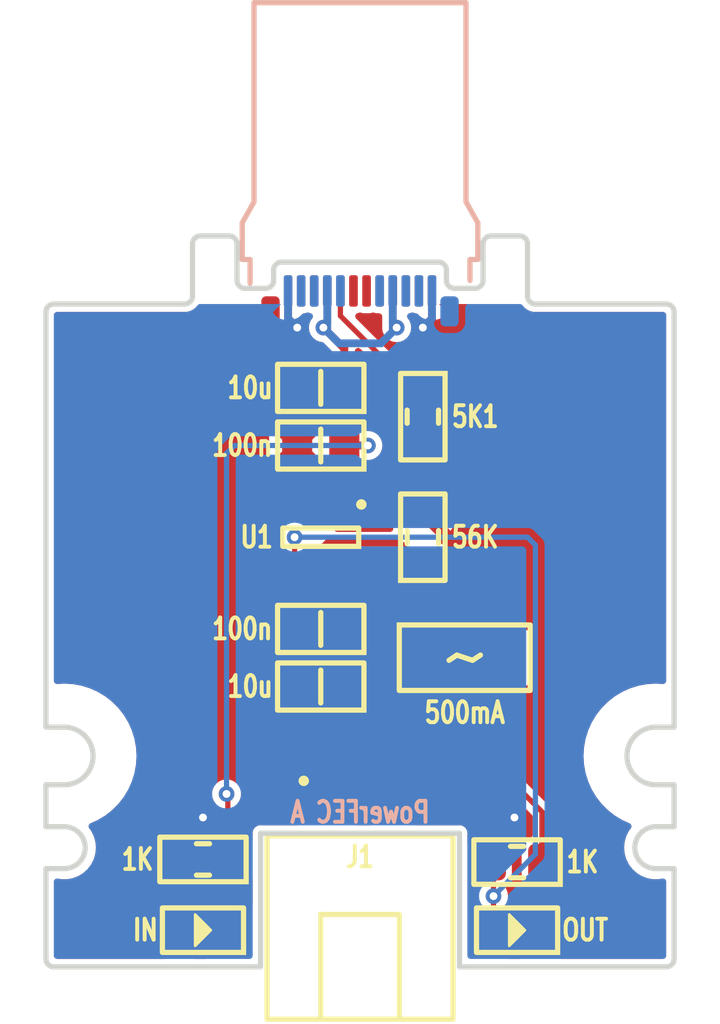
<source format=kicad_pcb>
(kicad_pcb (version 20221018) (generator pcbnew)
  (layers (0 "F.Cu" signal) (31 "B.Cu" jumper) (34 "B.Paste" user) (35 "F.Paste" user) (36 "B.SilkS" user "B.Silkscreen") (37 "F.SilkS" user "F.Silkscreen") (38 "B.Mask" user) (39 "F.Mask" user) (44 "Edge.Cuts" user))
  (net 0 "")
  (net 1 "A_CC")
  (net 2 "USB_DP")
  (net 3 "USB_DM")
  (net 4 "GND")
  (net 5 "USB_Vin")
  (net 6 "Vout")
  (net 7 "Vfused")
  (net 8 "LED_IN")
  (net 9 "ILIM")
  (net 10 "FAULT#")
  (footprint "Medo64:R (0805)" (layer "F.Cu") (at 38 43.9 180)
    (fp_text reference "R2" hide)
    (fp_text value "1K" (at -2.5 0) (layer "F.SilkS") (effects (font (size 0.8 0.6))))
    (fp_line (start -0.25 -0.6) (end 0.25 -0.6) (stroke (width 0.2)) (layer "F.SilkS"))
    (fp_line (start -0.25 0.6) (end 0.25 0.6) (stroke (width 0.2)) (layer "F.SilkS"))
    (fp_rect (start -1.65 -0.85) (end 1.65 0.85) (stroke (width 0.2)) (fill none) (layer "F.SilkS"))
    (pad "1" smd roundrect (at -0.95 0 180) (size 1.05 1.4) (layers "F.Cu" "F.Paste" "F.Mask") (net 7 "Vfused"))
    (pad "2" smd roundrect (at 0.95 0 180) (size 1.05 1.4) (layers "F.Cu" "F.Paste" "F.Mask") (net 10 "FAULT#"))
  )
  (footprint "Medo64:C (0805)" (layer "F.Cu") (at 30.5 37.2 180)
    (fp_text reference "C4" hide)
    (fp_text value "10u" (at 2.7 0) (layer "F.SilkS") (effects (font (size 0.8 0.6) (thickness 0.15) bold)))
    (fp_line (start 0 -0.625) (end 0 0.625) (stroke (width 0.2)) (layer "F.SilkS"))
    (fp_rect (start -1.65 -0.9) (end 1.65 0.9) (stroke (width 0.2)) (fill none) (layer "F.SilkS"))
    (pad "1" smd roundrect (at -0.9 0 180) (size 1.15 1.45) (layers "F.Cu" "F.Paste" "F.Mask") (net 6 "Vout"))
    (pad "2" smd roundrect (at 0.9 0 180) (size 1.15 1.45) (layers "F.Cu" "F.Paste" "F.Mask") (net 4 "GND"))
  )
  (footprint "Medo64:P USB C 3.2 Edge (24w)" (layer "F.Cu") (at 32 22)
    (fp_text reference "P1" hide)
    (fp_text value "105444-0001" hide)
    (fp_line (start -4.5 -2.5) (end -4.5 -1.1) (stroke (width 0.2)) (layer "B.SilkS"))
    (fp_line (start -4.5 -2.5) (end -4.05 -3.3) (stroke (width 0.2)) (layer "B.SilkS"))
    (fp_line (start -4.5 -1.1) (end -4.2 -1.1) (stroke (width 0.2)) (layer "B.SilkS"))
    (fp_line (start -4.2 -1) (end -4.2 -0.2) (stroke (width 0.2)) (layer "B.SilkS"))
    (fp_line (start -4.05 -10.9) (end -4.05 -3.3) (stroke (width 0.2)) (layer "B.SilkS"))
    (fp_line (start -4.05 -10.9) (end 4.05 -10.9) (stroke (width 0.2)) (layer "B.SilkS"))
    (fp_line (start 4.05 -10.9) (end 4.05 -3.3) (stroke (width 0.2)) (layer "B.SilkS"))
    (fp_line (start 4.2 -1.1) (end 4.2 -0.3) (stroke (width 0.2)) (layer "B.SilkS"))
    (fp_line (start 4.5 -2.5) (end 4.05 -3.3) (stroke (width 0.2)) (layer "B.SilkS"))
    (fp_line (start 4.5 -2.5) (end 4.5 -1.1) (stroke (width 0.2)) (layer "B.SilkS"))
    (fp_line (start 4.5 -1.1) (end 4.2 -1.1) (stroke (width 0.2)) (layer "B.SilkS"))
    (fp_line (start -4.5 -2.5) (end -4.5 -1.1) (stroke (width 0.2)) (layer "F.SilkS"))
    (fp_line (start -4.5 -2.5) (end -4.05 -3.3) (stroke (width 0.2)) (layer "F.SilkS"))
    (fp_line (start -4.5 -1.1) (end -4.2 -1.1) (stroke (width 0.2)) (layer "F.SilkS"))
    (fp_line (start -4.2 -1.1) (end -4.2 -0.3) (stroke (width 0.2)) (layer "F.SilkS"))
    (fp_line (start -4.05 -10.9) (end -4.05 -3.3) (stroke (width 0.2)) (layer "F.SilkS"))
    (fp_line (start -4.05 -10.9) (end 4.05 -10.9) (stroke (width 0.2)) (layer "F.SilkS"))
    (fp_line (start 4.05 -10.9) (end 4.05 -3.3) (stroke (width 0.2)) (layer "F.SilkS"))
    (fp_line (start 4.2 -1.1) (end 4.2 -0.3) (stroke (width 0.2)) (layer "F.SilkS"))
    (fp_line (start 4.5 -2.5) (end 4.05 -3.3) (stroke (width 0.2)) (layer "F.SilkS"))
    (fp_line (start 4.5 -2.5) (end 4.5 -1.1) (stroke (width 0.2)) (layer "F.SilkS"))
    (fp_line (start 4.5 -1.1) (end 4.2 -1.1) (stroke (width 0.2)) (layer "F.SilkS"))
    (pad "A1" smd roundrect locked (at -2.75 0.1) (size 0.33 1.2) (layers "F.Cu" "F.Paste" "F.Mask") (chamfer_ratio 0.2) (chamfer top_left bottom_left) (net 4 "GND"))
    (pad "A2" smd roundrect locked (at -2.25 0.1) (size 0.33 1.2) (layers "F.Cu" "F.Paste" "F.Mask"))
    (pad "A3" smd roundrect locked (at -1.75 0.1) (size 0.33 1.2) (layers "F.Cu" "F.Paste" "F.Mask"))
    (pad "A4" smd roundrect locked (at -1.25 0.1) (size 0.33 1.2) (layers "F.Cu" "F.Paste" "F.Mask") (net 5 "USB_Vin"))
    (pad "A5" smd roundrect locked (at -0.75 0.1) (size 0.33 1.2) (layers "F.Cu" "F.Paste" "F.Mask") (net 1 "A_CC"))
    (pad "A6" smd roundrect locked (at -0.25 0.1) (size 0.33 1.2) (layers "F.Cu" "F.Paste" "F.Mask") (net 2 "USB_DP"))
    (pad "A7" smd roundrect locked (at 0.25 0.1) (size 0.33 1.2) (layers "F.Cu" "F.Paste" "F.Mask") (net 3 "USB_DM"))
    (pad "A8" smd roundrect locked (at 0.75 0.1) (size 0.33 1.2) (layers "F.Cu" "F.Paste" "F.Mask"))
    (pad "A9" smd roundrect locked (at 1.25 0.1) (size 0.33 1.2) (layers "F.Cu" "F.Paste" "F.Mask") (net 5 "USB_Vin"))
    (pad "A10" smd roundrect locked (at 1.75 0.1) (size 0.33 1.2) (layers "F.Cu" "F.Paste" "F.Mask"))
    (pad "A11" smd roundrect locked (at 2.25 0.1) (size 0.33 1.2) (layers "F.Cu" "F.Paste" "F.Mask"))
    (pad "A12" smd roundrect locked (at 2.75 0.1) (size 0.33 1.2) (layers "F.Cu" "F.Paste" "F.Mask") (net 4 "GND"))
    (pad "B01" smd roundrect locked (at 2.75 0.1) (size 0.33 1.2) (layers "B.Cu" "B.Paste" "B.Mask") (chamfer_ratio 0.2) (chamfer top_right bottom_right) (net 4 "GND"))
    (pad "B02" smd roundrect locked (at 2.25 0.1) (size 0.33 1.2) (layers "B.Cu" "B.Paste" "B.Mask"))
    (pad "B03" smd roundrect locked (at 1.75 0.1) (size 0.33 1.2) (layers "B.Cu" "B.Paste" "B.Mask"))
    (pad "B04" smd roundrect locked (at 1.25 0.1) (size 0.33 1.2) (layers "B.Cu" "B.Paste" "B.Mask") (net 5 "USB_Vin"))
    (pad "B05" smd roundrect locked (at 0.75 0.1) (size 0.33 1.2) (layers "B.Cu" "B.Paste" "B.Mask"))
    (pad "B08" smd roundrect locked (at -0.75 0.1) (size 0.33 1.2) (layers "B.Cu" "B.Paste" "B.Mask"))
    (pad "B09" smd roundrect locked (at -1.25 0.1) (size 0.33 1.2) (layers "B.Cu" "B.Paste" "B.Mask") (net 5 "USB_Vin"))
    (pad "B10" smd roundrect locked (at -1.75 0.1) (size 0.33 1.2) (layers "B.Cu" "B.Paste" "B.Mask"))
    (pad "B11" smd roundrect locked (at -2.25 0.1) (size 0.33 1.2) (layers "B.Cu" "B.Paste" "B.Mask"))
    (pad "B12" smd roundrect locked (at -2.75 0.1) (size 0.33 1.2) (layers "B.Cu" "B.Paste" "B.Mask") (net 4 "GND"))
    (pad "S" smd roundrect locked (at -3.42 0.88) (size 0.7 1.15) (layers "F.Cu" "F.Paste" "F.Mask"))
    (pad "S" smd roundrect locked (at 3.42 0.88) (size 0.7 1.15) (layers "B.Cu" "B.Paste" "B.Mask"))
  )
  (footprint "Medo64:DS (0805)" (layer "F.Cu") (at 38 46.5 180)
    (fp_text reference "DS2" hide)
    (fp_text value "OUT" (at -2.6 0 unlocked) (layer "F.SilkS") (effects (font (size 0.8 0.6) (thickness 0.15) bold)))
    (fp_rect (start -1.55 -0.85) (end 1.55 0.85) (stroke (width 0.2)) (fill none) (layer "F.SilkS"))
    (fp_poly (pts (xy -0.3 0) (xy 0.3 -0.6) (xy 0.3 0.6)) (stroke (width 0.1)) (fill solid) (layer "F.SilkS"))
    (pad "1" smd roundrect (at -0.9 0 180) (size 1 1.4) (layers "F.Cu" "F.Paste" "F.Mask") (chamfer_ratio 0.2) (chamfer top_left bottom_left) (net 4 "GND"))
    (pad "2" smd roundrect (at 0.9 0 180) (size 1 1.4) (layers "F.Cu" "F.Paste" "F.Mask") (net 10 "FAULT#"))
  )
  (footprint "Medo64:C (0805)" (layer "F.Cu") (at 30.5 25.8 180)
    (fp_text reference "C3" hide)
    (fp_text value "10u" (at 2.7 0) (layer "F.SilkS") (effects (font (size 0.8 0.6) (thickness 0.15) bold)))
    (fp_line (start 0 -0.625) (end 0 0.625) (stroke (width 0.2)) (layer "F.SilkS"))
    (fp_rect (start -1.65 -0.9) (end 1.65 0.9) (stroke (width 0.2)) (fill none) (layer "F.SilkS"))
    (pad "1" smd roundrect (at -0.9 0 180) (size 1.15 1.45) (layers "F.Cu" "F.Paste" "F.Mask") (net 5 "USB_Vin"))
    (pad "2" smd roundrect (at 0.9 0 180) (size 1.15 1.45) (layers "F.Cu" "F.Paste" "F.Mask") (net 4 "GND"))
  )
  (footprint "Medo64:J JST XH Edge [POWER] (2w)" (layer "F.Cu") (at 32 40.8)
    (fp_text reference "J1" (at 0 2.9) (layer "F.SilkS") (effects (font (size 0.8 0.6) (thickness 0.15) bold)))
    (fp_text value "B2B-XH-A")
    (fp_rect (start -3.55 2.1) (end 3.55 9.1) (stroke (width 0.2)) (fill none) (layer "F.SilkS"))
    (fp_rect (start -1.5 5.1) (end 1.5 9.1) (stroke (width 0.2)) (fill none) (layer "F.SilkS"))
    (fp_circle (center -2.15 0) (end -2 0) (stroke (width 0.1)) (fill solid) (layer "F.SilkS"))
    (pad "1" smd roundrect locked (at -1.25 0) (size 1.2 3) (layers "F.Cu" "F.Paste" "F.Mask") (chamfer_ratio 0.2) (chamfer top_left bottom_left) (net 4 "GND"))
    (pad "2" smd roundrect locked (at 1.25 0) (size 1.2 3) (layers "F.Cu" "F.Paste" "F.Mask") (net 7 "Vfused"))
  )
  (footprint "Medo64:C (0805)" (layer "F.Cu") (at 30.5 28 180)
    (fp_text reference "C1" hide)
    (fp_text value "100n" (at 3 0) (layer "F.SilkS") (effects (font (size 0.8 0.6) (thickness 0.15) bold)))
    (fp_line (start 0 -0.625) (end 0 0.625) (stroke (width 0.2)) (layer "F.SilkS"))
    (fp_rect (start -1.65 -0.9) (end 1.65 0.9) (stroke (width 0.2)) (fill none) (layer "F.SilkS"))
    (pad "1" smd roundrect (at -0.9 0 180) (size 1.15 1.45) (layers "F.Cu" "F.Paste" "F.Mask") (net 5 "USB_Vin"))
    (pad "2" smd roundrect (at 0.9 0 180) (size 1.15 1.45) (layers "F.Cu" "F.Paste" "F.Mask") (net 4 "GND"))
  )
  (footprint "Medo64:U CurrentLimiter AP22652 (SOT26)" (layer "F.Cu") (at 30.5 31.5 -90)
    (fp_text reference "U1" (at 0 2.45 -180) (layer "F.SilkS") (effects (font (size 0.8 0.6))))
    (fp_text value "AP22652" hide)
    (fp_rect (start 0.35 -1.45) (end -0.35 1.45) (stroke (width 0.2)) (fill none) (layer "F.SilkS"))
    (fp_circle (center -1.25 -1.55) (end -1.1 -1.55) (stroke (width 0.1)) (fill solid) (layer "F.SilkS"))
    (pad "1" smd roundrect (at -1.25 -0.95 270) (size 0.9 0.7) (layers "F.Cu" "F.Paste" "F.Mask") (chamfer_ratio 0.2) (chamfer top_left top_right) (net 5 "USB_Vin"))
    (pad "2" smd roundrect (at -1.25 0 270) (size 0.9 0.7) (layers "F.Cu" "F.Paste" "F.Mask") (net 4 "GND"))
    (pad "3" smd roundrect (at -1.25 0.95 270) (size 0.9 0.7) (layers "F.Cu" "F.Paste" "F.Mask") (chamfer_ratio 0.2) (chamfer top_left top_right) (net 4 "GND"))
    (pad "4" smd roundrect (at 1.25 0.95 270) (size 0.9 0.7) (layers "F.Cu" "F.Paste" "F.Mask") (net 10 "FAULT#"))
    (pad "5" smd roundrect (at 1.25 0 270) (size 0.9 0.7) (layers "F.Cu" "F.Paste" "F.Mask") (net 9 "ILIM"))
    (pad "6" smd roundrect (at 1.25 -0.95 270) (size 0.9 0.7) (layers "F.Cu" "F.Paste" "F.Mask") (net 6 "Vout"))
  )
  (footprint "Medo64:R (0805)" (layer "F.Cu") (at 34.4 26.9 -90)
    (fp_text reference "R3" hide)
    (fp_text value "5K1" (at 0 -2) (layer "F.SilkS") (effects (font (size 0.8 0.6))))
    (fp_line (start -0.25 -0.6) (end 0.25 -0.6) (stroke (width 0.2)) (layer "F.SilkS"))
    (fp_line (start -0.25 0.6) (end 0.25 0.6) (stroke (width 0.2)) (layer "F.SilkS"))
    (fp_rect (start -1.65 -0.85) (end 1.65 0.85) (stroke (width 0.2)) (fill none) (layer "F.SilkS"))
    (pad "1" smd roundrect (at -0.95 0 270) (size 1.05 1.4) (layers "F.Cu" "F.Paste" "F.Mask") (net 4 "GND"))
    (pad "2" smd roundrect (at 0.95 0 270) (size 1.05 1.4) (layers "F.Cu" "F.Paste" "F.Mask") (net 1 "A_CC"))
  )
  (footprint "Medo64:F (1206)" (layer "F.Cu") (at 36 36.1)
    (fp_text reference "F?" hide)
    (fp_text value "500mA" (at 0 2.1) (layer "F.SilkS") (effects (font (size 0.8 0.6) (thickness 0.15) bold)))
    (fp_line (start -0.6 0.1) (end -0.3 -0.1) (stroke (width 0.2)) (layer "F.SilkS"))
    (fp_line (start -0.3 -0.1) (end 0.3 0.1) (stroke (width 0.2)) (layer "F.SilkS"))
    (fp_line (start 0.3 0.1) (end 0.6 -0.1) (stroke (width 0.2)) (layer "F.SilkS"))
    (fp_rect (start -2.5 -1.25) (end 2.5 1.25) (stroke (width 0.2)) (fill none) (layer "F.SilkS"))
    (pad "1" smd roundrect (at -1.52 0) (size 1.52 2.03) (layers "F.Cu" "F.Paste" "F.Mask") (net 6 "Vout"))
    (pad "2" smd roundrect (at 1.52 0) (size 1.52 2.03) (layers "F.Cu" "F.Paste" "F.Mask") (net 7 "Vfused"))
  )
  (footprint "Medo64:C (0805)" (layer "F.Cu") (at 30.5 35 180)
    (fp_text reference "C2" hide)
    (fp_text value "100n" (at 3 0) (layer "F.SilkS") (effects (font (size 0.8 0.6) (thickness 0.15) bold)))
    (fp_line (start 0 -0.625) (end 0 0.625) (stroke (width 0.2)) (layer "F.SilkS"))
    (fp_rect (start -1.65 -0.9) (end 1.65 0.9) (stroke (width 0.2)) (fill none) (layer "F.SilkS"))
    (pad "1" smd roundrect (at -0.9 0 180) (size 1.15 1.45) (layers "F.Cu" "F.Paste" "F.Mask") (net 6 "Vout"))
    (pad "2" smd roundrect (at 0.9 0 180) (size 1.15 1.45) (layers "F.Cu" "F.Paste" "F.Mask") (net 4 "GND"))
  )
  (footprint "Medo64:R (0805)" (layer "F.Cu") (at 34.4 31.5 90)
    (fp_text reference "R4" hide)
    (fp_text value "56K" (at 0 2) (layer "F.SilkS") (effects (font (size 0.8 0.6))))
    (fp_line (start -0.25 -0.6) (end 0.25 -0.6) (stroke (width 0.2)) (layer "F.SilkS"))
    (fp_line (start -0.25 0.6) (end 0.25 0.6) (stroke (width 0.2)) (layer "F.SilkS"))
    (fp_rect (start -1.65 -0.85) (end 1.65 0.85) (stroke (width 0.2)) (fill none) (layer "F.SilkS"))
    (pad "1" smd roundrect (at -0.95 0 90) (size 1.05 1.4) (layers "F.Cu" "F.Paste" "F.Mask") (net 9 "ILIM"))
    (pad "2" smd roundrect (at 0.95 0 90) (size 1.05 1.4) (layers "F.Cu" "F.Paste" "F.Mask") (net 4 "GND"))
  )
  (footprint "Medo64:DS (0805)" (layer "F.Cu") (at 26 46.5 180)
    (fp_text reference "DS1" hide)
    (fp_text value "IN" (at 2.2 0 180) (layer "F.SilkS") (effects (font (size 0.8 0.6) (thickness 0.15) bold)))
    (fp_rect (start -1.55 -0.85) (end 1.55 0.85) (stroke (width 0.2)) (fill none) (layer "F.SilkS"))
    (fp_poly (pts (xy -0.3 0) (xy 0.3 -0.6) (xy 0.3 0.6)) (stroke (width 0.1)) (fill solid) (layer "F.SilkS"))
    (pad "1" smd roundrect (at -0.9 0 180) (size 1 1.4) (layers "F.Cu" "F.Paste" "F.Mask") (chamfer_ratio 0.2) (chamfer top_left bottom_left) (net 4 "GND"))
    (pad "2" smd roundrect (at 0.9 0 180) (size 1 1.4) (layers "F.Cu" "F.Paste" "F.Mask") (net 8 "LED_IN"))
  )
  (footprint "Medo64:R (0805)" (layer "F.Cu") (at 26 43.8 180)
    (fp_text reference "R1" hide)
    (fp_text value "1K" (at 2.5 0) (layer "F.SilkS") (effects (font (size 0.8 0.6))))
    (fp_line (start -0.25 -0.6) (end 0.25 -0.6) (stroke (width 0.2)) (layer "F.SilkS"))
    (fp_line (start -0.25 0.6) (end 0.25 0.6) (stroke (width 0.2)) (layer "F.SilkS"))
    (fp_rect (start -1.65 -0.85) (end 1.65 0.85) (stroke (width 0.2)) (fill none) (layer "F.SilkS"))
    (pad "1" smd roundrect (at -0.95 0 180) (size 1.05 1.4) (layers "F.Cu" "F.Paste" "F.Mask") (net 5 "USB_Vin"))
    (pad "2" smd roundrect (at 0.95 0 180) (size 1.05 1.4) (layers "F.Cu" "F.Paste" "F.Mask") (net 8 "LED_IN"))
  )
  (gr_line locked (start 38.4 20.3) (end 38.4 22.3) (stroke (width 0.2)) (layer "Edge.Cuts"))
  (gr_arc locked (start 25.6 22.3) (mid 25.512132 22.512132) (end 25.3 22.6) (stroke (width 0.2)) (layer "Edge.Cuts"))
  (gr_arc locked (start 43.3 40.95) (mid 42.2 39.85) (end 43.3 38.75) (stroke (width 0.2)) (layer "Edge.Cuts"))
  (gr_line locked (start 35.8 47.9) (end 43.7 47.9) (stroke (width 0.2)) (layer "Edge.Cuts"))
  (gr_line locked (start 20.7 40.95) (end 20 40.95) (stroke (width 0.2)) (layer "Edge.Cuts"))
  (gr_line locked (start 43.3 40.95) (end 44 40.95) (stroke (width 0.2)) (layer "Edge.Cuts"))
  (gr_line locked (start 44 44.15) (end 43.3 44.15) (stroke (width 0.2)) (layer "Edge.Cuts"))
  (gr_arc locked (start 35 21) (mid 35.212132 21.087868) (end 35.3 21.3) (stroke (width 0.2)) (layer "Edge.Cuts"))
  (gr_arc locked (start 28.7 21.3) (mid 28.787868 21.087868) (end 29 21) (stroke (width 0.2)) (layer "Edge.Cuts"))
  (gr_line locked (start 38.1 20) (end 37 20) (stroke (width 0.2)) (layer "Edge.Cuts"))
  (gr_arc locked (start 28.7 21.7) (mid 28.612132 21.912132) (end 28.4 22) (stroke (width 0.2)) (layer "Edge.Cuts"))
  (gr_arc locked (start 27 20) (mid 27.212132 20.087868) (end 27.3 20.3) (stroke (width 0.2)) (layer "Edge.Cuts"))
  (gr_arc locked (start 43.7 22.6) (mid 43.912132 22.687868) (end 44 22.9) (stroke (width 0.2)) (layer "Edge.Cuts"))
  (gr_line locked (start 20 44.15) (end 20 47.6) (stroke (width 0.2)) (layer "Edge.Cuts"))
  (gr_line locked (start 20 38.75) (end 20.7 38.75) (stroke (width 0.2)) (layer "Edge.Cuts"))
  (gr_line locked (start 44 42.55) (end 43.3 42.55) (stroke (width 0.2)) (layer "Edge.Cuts"))
  (gr_arc locked (start 38.7 22.6) (mid 38.487868 22.512132) (end 38.4 22.3) (stroke (width 0.2)) (layer "Edge.Cuts"))
  (gr_line locked (start 44 42.55) (end 44 40.95) (stroke (width 0.2)) (layer "Edge.Cuts"))
  (gr_line locked (start 28.4 22) (end 27.6 22) (stroke (width 0.2)) (layer "Edge.Cuts"))
  (gr_line locked (start 43.7 22.6) (end 38.7 22.6) (stroke (width 0.2)) (layer "Edge.Cuts"))
  (gr_line locked (start 20.3 22.6) (end 25.3 22.6) (stroke (width 0.2)) (layer "Edge.Cuts"))
  (gr_arc locked (start 38.1 20) (mid 38.312132 20.087868) (end 38.4 20.3) (stroke (width 0.2)) (layer "Edge.Cuts"))
  (gr_arc locked (start 35.6 22) (mid 35.387868 21.912132) (end 35.3 21.7) (stroke (width 0.2)) (layer "Edge.Cuts"))
  (gr_line locked (start 35.3 21.7) (end 35.3 21.3) (stroke (width 0.2)) (layer "Edge.Cuts"))
  (gr_line locked (start 27.3 20.3) (end 27.3 21.7) (stroke (width 0.2)) (layer "Edge.Cuts"))
  (gr_arc locked (start 20 22.9) (mid 20.087868 22.687868) (end 20.3 22.6) (stroke (width 0.2)) (layer "Edge.Cuts"))
  (gr_arc locked (start 36.7 20.3) (mid 36.787868 20.087868) (end 37 20) (stroke (width 0.2)) (layer "Edge.Cuts"))
  (gr_arc locked (start 20.7 42.55) (mid 21.5 43.35) (end 20.7 44.15) (stroke (width 0.2)) (layer "Edge.Cuts"))
  (gr_arc locked (start 27.6 22) (mid 27.387868 21.912132) (end 27.3 21.7) (stroke (width 0.2)) (layer "Edge.Cuts"))
  (gr_line locked (start 36.7 20.3) (end 36.7 21.7) (stroke (width 0.2)) (layer "Edge.Cuts"))
  (gr_arc locked (start 44 47.6) (mid 43.912132 47.812132) (end 43.7 47.9) (stroke (width 0.2)) (layer "Edge.Cuts"))
  (gr_line locked (start 36.4 22) (end 35.6 22) (stroke (width 0.2)) (layer "Edge.Cuts"))
  (gr_line locked (start 44 22.9) (end 44 38.75) (stroke (width 0.2)) (layer "Edge.Cuts"))
  (gr_line locked (start 43.3 38.75) (end 44 38.75) (stroke (width 0.2)) (layer "Edge.Cuts"))
  (gr_line locked (start 28.7 21.7) (end 28.7 21.3) (stroke (width 0.2)) (layer "Edge.Cuts"))
  (gr_arc locked (start 20.7 38.75) (mid 21.8 39.85) (end 20.7 40.95) (stroke (width 0.2)) (layer "Edge.Cuts"))
  (gr_arc locked (start 43.3 44.15) (mid 42.5 43.35) (end 43.3 42.55) (stroke (width 0.2)) (layer "Edge.Cuts"))
  (gr_line locked (start 25.9 20) (end 27 20) (stroke (width 0.2)) (layer "Edge.Cuts"))
  (gr_line locked (start 25.6 20.3) (end 25.6 22.3) (stroke (width 0.2)) (layer "Edge.Cuts"))
  (gr_line locked (start 44 44.15) (end 44 47.6) (stroke (width 0.2)) (layer "Edge.Cuts"))
  (gr_line locked (start 20 22.9) (end 20 38.75) (stroke (width 0.2)) (layer "Edge.Cuts"))
  (gr_line locked (start 20.7 44.15) (end 20 44.15) (stroke (width 0.2)) (layer "Edge.Cuts"))
  (gr_line locked (start 35.8 42.8) (end 28.2 42.8) (stroke (width 0.2)) (layer "Edge.Cuts"))
  (gr_arc locked (start 25.6 20.3) (mid 25.687868 20.087868) (end 25.9 20) (stroke (width 0.2)) (layer "Edge.Cuts"))
  (gr_arc locked (start 36.7 21.7) (mid 36.612132 21.912132) (end 36.4 22) (stroke (width 0.2)) (layer "Edge.Cuts"))
  (gr_line locked (start 29 21) (end 35 21) (stroke (width 0.2)) (layer "Edge.Cuts"))
  (gr_line locked (start 28.2 47.9) (end 28.2 42.8) (stroke (width 0.2)) (layer "Edge.Cuts"))
  (gr_line locked (start 20.7 42.55) (end 20 42.55) (stroke (width 0.2)) (layer "Edge.Cuts"))
  (gr_line locked (start 20 42.55) (end 20 40.95) (stroke (width 0.2)) (layer "Edge.Cuts"))
  (gr_line locked (start 20.3 47.9) (end 28.2 47.9) (stroke (width 0.2)) (layer "Edge.Cuts"))
  (gr_line locked (start 35.8 47.9) (end 35.8 42.8) (stroke (width 0.2)) (layer "Edge.Cuts"))
  (gr_arc locked (start 20.3 47.9) (mid 20.087868 47.812132) (end 20 47.6) (stroke (width 0.2)) (layer "Edge.Cuts"))
  (gr_text "PowerFEC A" (at 32 42) (layer "B.SilkS") (effects (font (size 0.8 0.6) (thickness 0.15) bold) (justify mirror)))
  (segment (start 34.25 27.85) (end 34.4 27.85) (width 0.2) (layer "F.Cu") (net 1))
  (segment (start 31.25 22.1) (end 31.25 23.05) (width 0.2) (layer "F.Cu") (net 1))
  (segment (start 33.3 26.9) (end 34.25 27.85) (width 0.2) (layer "F.Cu") (net 1))
  (segment (start 31.25 23.05) (end 31.6 23.4) (width 0.2) (layer "F.Cu") (net 1))
  (segment (start 33.3 25.1) (end 33.3 26.9) (width 0.2) (layer "F.Cu") (net 1))
  (segment (start 31.6 23.4) (end 33.3 25.1) (width 0.2) (layer "F.Cu") (net 1))
  (segment (start 34.75 22.1) (end 34.75 23.15) (width 0.3) (layer "F.Cu") (net 4))
  (segment (start 29.25 23.15) (end 29.6 23.5) (width 0.3) (layer "F.Cu") (net 4))
  (segment (start 29.6 28.2) (end 29.6 28) (width 0.3) (layer "F.Cu") (net 4))
  (segment (start 35.5 29.675) (end 35.5 26.875) (width 0.3) (layer "F.Cu") (net 4))
  (segment (start 34.625 30.55) (end 35.5 29.675) (width 0.3) (layer "F.Cu") (net 4))
  (segment (start 29.6 25.8) (end 29.6 23.5) (width 0.3) (layer "F.Cu") (net 4))
  (segment (start 30.75 40.8) (end 30.75 39.85) (width 0.3) (layer "F.Cu") (net 4))
  (segment (start 26.3 38.7) (end 29.6 38.7) (width 0.2) (layer "F.Cu") (net 4))
  (segment (start 26 42.2) (end 26 39) (width 0.2) (layer "F.Cu") (net 4))
  (segment (start 26 39) (end 26.3 38.7) (width 0.2) (layer "F.Cu") (net 4))
  (segment (start 30.5 30.25) (end 30.5 29.1) (width 0.3) (layer "F.Cu") (net 4))
  (segment (start 29.25 22.1) (end 29.25 23.15) (width 0.3) (layer "F.Cu") (net 4))
  (segment (start 34.75 23.15) (end 34.4 23.5) (width 0.3) (layer "F.Cu") (net 4))
  (segment (start 26 45.4) (end 26 42.2) (width 0.2) (layer "F.Cu") (net 4))
  (segment (start 28.5 25.8) (end 28.1 26.2) (width 0.3) (layer "F.Cu") (net 4))
  (segment (start 34.575 25.95) (end 34.4 25.95) (width 0.3) (layer "F.Cu") (net 4))
  (segment (start 28.1 33.4) (end 29.6 34.9) (width 0.3) (layer "F.Cu") (net 4))
  (segment (start 34.4 30.55) (end 34.625 30.55) (width 0.3) (layer "F.Cu") (net 4))
  (segment (start 30.5 29.1) (end 29.6 28.2) (width 0.3) (layer "F.Cu") (net 4))
  (segment (start 29.6 37.2) (end 29.6 35) (width 0.3) (layer "F.Cu") (net 4))
  (segment (start 26.9 46.5) (end 26.9 46.3) (width 0.2) (layer "F.Cu") (net 4))
  (segment (start 29.6 28) (end 29.6 25.8) (width 0.3) (layer "F.Cu") (net 4))
  (segment (start 28.1 26.2) (end 28.1 33.4) (width 0.3) (layer "F.Cu") (net 4))
  (segment (start 30.5 30.25) (end 29.55 30.25) (width 0.3) (layer "F.Cu") (net 4))
  (segment (start 35.5 26.875) (end 34.575 25.95) (width 0.3) (layer "F.Cu") (net 4))
  (segment (start 29.6 38.7) (end 29.6 37.2) (width 0.3) (layer "F.Cu") (net 4))
  (segment (start 29.6 34.9) (end 29.6 35) (width 0.3) (layer "F.Cu") (net 4))
  (segment (start 37.9 45.5) (end 37.9 42.2) (width 0.2) (layer "F.Cu") (net 4))
  (segment (start 38.9 46.5) (end 37.9 45.5) (width 0.2) (layer "F.Cu") (net 4))
  (segment (start 34.4 23.5) (end 34.4 25.95) (width 0.3) (layer "F.Cu") (net 4))
  (segment (start 26.9 46.3) (end 26 45.4) (width 0.2) (layer "F.Cu") (net 4))
  (segment (start 30.75 39.85) (end 29.6 38.7) (width 0.3) (layer "F.Cu") (net 4))
  (segment (start 29.6 25.8) (end 28.5 25.8) (width 0.3) (layer "F.Cu") (net 4))
  (via (at 26 42.2) (size 0.6) (drill 0.3) (layers "F.Cu" "B.Cu") (net 4))
  (via (at 29.6 23.5) (size 0.6) (drill 0.3) (layers "F.Cu" "B.Cu") (net 4))
  (via (at 34.4 23.5) (size 0.6) (drill 0.3) (layers "F.Cu" "B.Cu") (net 4))
  (via (at 37.9 42.2) (size 0.6) (drill 0.3) (layers "F.Cu" "B.Cu") (net 4))
  (segment (start 34.4 23.5) (end 33.35 24.55) (width 0.3) (layer "B.Cu") (net 4))
  (segment (start 34.75 23.15) (end 34.4 23.5) (width 0.3) (layer "B.Cu") (net 4))
  (segment (start 37.10001 42.2) (end 37.9 42.2) (width 0.2) (layer "B.Cu") (net 4))
  (segment (start 29.25 23.15) (end 29.6 23.5) (width 0.3) (layer "B.Cu") (net 4))
  (segment (start 34.75 22.1) (end 34.75 23.15) (width 0.3) (layer "B.Cu") (net 4))
  (segment (start 33.35 24.55) (end 30.65 24.55) (width 0.3) (layer "B.Cu") (net 4))
  (segment (start 29.25 22.1) (end 29.25 23.15) (width 0.3) (layer "B.Cu") (net 4))
  (segment (start 26 42.2) (end 37.10001 42.2) (width 0.2) (layer "B.Cu") (net 4))
  (segment (start 30.65 24.55) (end 29.6 23.5) (width 0.3) (layer "B.Cu") (net 4))
  (segment (start 31.4 25.8) (end 31.4 28) (width 0.3) (layer "F.Cu") (net 5))
  (segment (start 26.95 41.35) (end 26.9 41.3) (width 0.2) (layer "F.Cu") (net 5))
  (segment (start 33.25 22.1) (end 33.25 23.35) (width 0.3) (layer "F.Cu") (net 5))
  (segment (start 31.45 28.05) (end 31.4 28) (width 0.3) (layer "F.Cu") (net 5))
  (segment (start 30.75 22.1) (end 30.75 23.35) (width 0.3) (layer "F.Cu") (net 5))
  (segment (start 26.95 43.8) (end 26.95 41.35) (width 0.2) (layer "F.Cu") (net 5))
  (segment (start 30.75 23.35) (end 30.6 23.5) (width 0.3) (layer "F.Cu") (net 5))
  (segment (start 31.4 28) (end 32.3 28) (width 0.3) (layer "F.Cu") (net 5))
  (segment (start 31.4 24.3) (end 30.6 23.5) (width 0.3) (layer "F.Cu") (net 5))
  (segment (start 33.25 23.35) (end 33.4 23.5) (width 0.3) (layer "F.Cu") (net 5))
  (segment (start 31.45 30.25) (end 31.45 28.05) (width 0.3) (layer "F.Cu") (net 5))
  (segment (start 31.4 25.8) (end 31.4 24.3) (width 0.3) (layer "F.Cu") (net 5))
  (via (at 32.3 28) (size 0.6) (drill 0.3) (layers "F.Cu" "B.Cu") (net 5))
  (via (at 26.9 41.3) (size 0.6) (drill 0.3) (layers "F.Cu" "B.Cu") (net 5))
  (via (at 30.6 23.5) (size 0.6) (drill 0.3) (layers "F.Cu" "B.Cu") (net 5))
  (via (at 33.4 23.5) (size 0.6) (drill 0.3) (layers "F.Cu" "B.Cu") (net 5))
  (segment (start 32.8 24.1) (end 33.4 23.5) (width 0.3) (layer "B.Cu") (net 5))
  (segment (start 30.75 22.1) (end 30.75 23.35) (width 0.3) (layer "B.Cu") (net 5))
  (segment (start 26.9 28.3) (end 27.2 28) (width 0.2) (layer "B.Cu") (net 5))
  (segment (start 30.6 23.5) (end 31.2 24.1) (width 0.3) (layer "B.Cu") (net 5))
  (segment (start 33.200026 23.5) (end 33.25 23.549974) (width 0.2) (layer "B.Cu") (net 5))
  (segment (start 33.25 23.35) (end 33.4 23.5) (width 0.3) (layer "B.Cu") (net 5))
  (segment (start 33.25 22.1) (end 33.25 23.35) (width 0.3) (layer "B.Cu") (net 5))
  (segment (start 26.9 41.3) (end 26.9 28.3) (width 0.2) (layer "B.Cu") (net 5))
  (segment (start 30.75 23.35) (end 30.6 23.5) (width 0.3) (layer "B.Cu") (net 5))
  (segment (start 27.2 28) (end 32.3 28) (width 0.2) (layer "B.Cu") (net 5))
  (segment (start 31.2 24.1) (end 32.8 24.1) (width 0.3) (layer "B.Cu") (net 5))
  (segment (start 31.45 37.15) (end 31.45 36.2) (width 0.3) (layer "F.Cu") (net 6))
  (segment (start 31.55 36.1) (end 31.45 36.2) (width 0.3) (layer "F.Cu") (net 6))
  (segment (start 31.4 37.2) (end 31.45 37.15) (width 0.3) (layer "F.Cu") (net 6))
  (segment (start 31.45 36.2) (end 31.45 32.75) (width 0.3) (layer "F.Cu") (net 6))
  (segment (start 34.48 36.1) (end 31.55 36.1) (width 0.3) (layer "F.Cu") (net 6))
  (segment (start 37.52 40.55) (end 37.52 36.28) (width 0.3) (layer "F.Cu") (net 7))
  (segment (start 33.25 40.55) (end 37.52 40.55) (width 0.3) (layer "F.Cu") (net 7))
  (segment (start 37.52 36.28) (end 37.52 36.1) (width 0.2) (layer "F.Cu") (net 7))
  (segment (start 38.95 41.98) (end 37.52 40.55) (width 0.2) (layer "F.Cu") (net 7))
  (segment (start 33.25 40.8) (end 33.25 40.55) (width 0.2) (layer "F.Cu") (net 7))
  (segment (start 38.95 43.9) (end 38.95 41.98) (width 0.2) (layer "F.Cu") (net 7))
  (segment (start 25.1 43.85) (end 25.05 43.8) (width 0.2) (layer "F.Cu") (net 8))
  (segment (start 25.1 46.5) (end 25.1 43.85) (width 0.2) (layer "F.Cu") (net 8))
  (segment (start 30.5 32) (end 30.8 31.7) (width 0.3) (layer "F.Cu") (net 9))
  (segment (start 30.8 31.7) (end 33.475 31.7) (width 0.3) (layer "F.Cu") (net 9))
  (segment (start 34.225 32.45) (end 34.4 32.45) (width 0.3) (layer "F.Cu") (net 9))
  (segment (start 33.475 31.7) (end 34.225 32.45) (width 0.3) (layer "F.Cu") (net 9))
  (segment (start 30.5 32.75) (end 30.5 32) (width 0.3) (layer "F.Cu") (net 9))
  (segment (start 37.1 43.95) (end 37.05 43.9) (width 0.2) (layer "F.Cu") (net 10))
  (segment (start 37.1 46.5) (end 37.1 43.95) (width 0.2) (layer "F.Cu") (net 10))
  (segment (start 37.05 43.9) (end 37.05 44) (width 0.2) (layer "F.Cu") (net 10))
  (segment (start 29.5 32.7) (end 29.5 31.5) (width 0.2) (layer "F.Cu") (net 10))
  (segment (start 29.55 32.75) (end 29.5 32.7) (width 0.2) (layer "F.Cu") (net 10))
  (via (at 29.5 31.5) (size 0.6) (drill 0.3) (layers "F.Cu" "B.Cu") (net 10))
  (via (at 37.1 45.200014) (size 0.6) (drill 0.3) (layers "F.Cu" "B.Cu") (net 10))
  (segment (start 38.7 43.600014) (end 37.1 45.200014) (width 0.2) (layer "B.Cu") (net 10))
  (segment (start 38.4 31.5) (end 38.7 31.8) (width 0.2) (layer "B.Cu") (net 10))
  (segment (start 29.5 31.5) (end 38.4 31.5) (width 0.2) (layer "B.Cu") (net 10))
  (segment (start 38.7 31.8) (end 38.7 43.600014) (width 0.2) (layer "B.Cu") (net 10))
  (zone (net 4) (net_name "GND") (layers "F&B.Cu") (connect_pads (clearance 0.25)) (min_thickness 0.25) (fill yes (thermal_gap 0.5) (thermal_bridge_width 0.5))
    (polygon (pts (xy 20 22.6) (xy 44 22.6) (xy 44 47.9) (xy 20 47.9)))
  )
)
</source>
